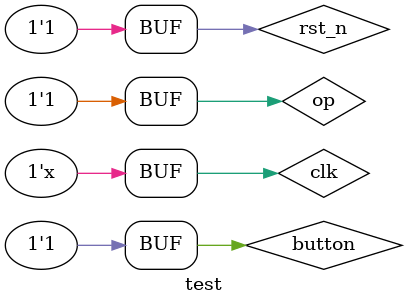
<source format=v>
`timescale 1ns / 1ps


module test;

	// Inputs
	reg op;
	reg button;
	reg rst_n;
	reg clk;

	// Outputs
	wire led;
	wire [3:0] sel;
	wire [7:0] digit;

	// Instantiate the Unit Under Test (UUT)
	top uut (
		.op(op), 
		.button(button), 
		.rst_n(rst_n), 
		.clk(clk), 
		.led(led), 
		.sel(sel), 
		.digit(digit)
	);

	initial begin
		// Initialize Inputs
		op = 0;
		button = 0;
		rst_n = 1;
		clk = 0;
		#10 rst_n =0;
		#10 rst_n =1;
		// Wait 100 ns for global reset to finish
		#100;
       
		 
		// Add stimulus here
		op=1;
		button = 1;
		#1000000;
		button = 0;
		#100;
		button = 1;
		#1000000;
		button = 0;
		#100;
		op=0;
		button =1;
		#1000000
		button = 0;
		#100;
		op=1;
		button = 1;
		#1000000;
	end
	
      always #1 clk=~clk;
endmodule


</source>
